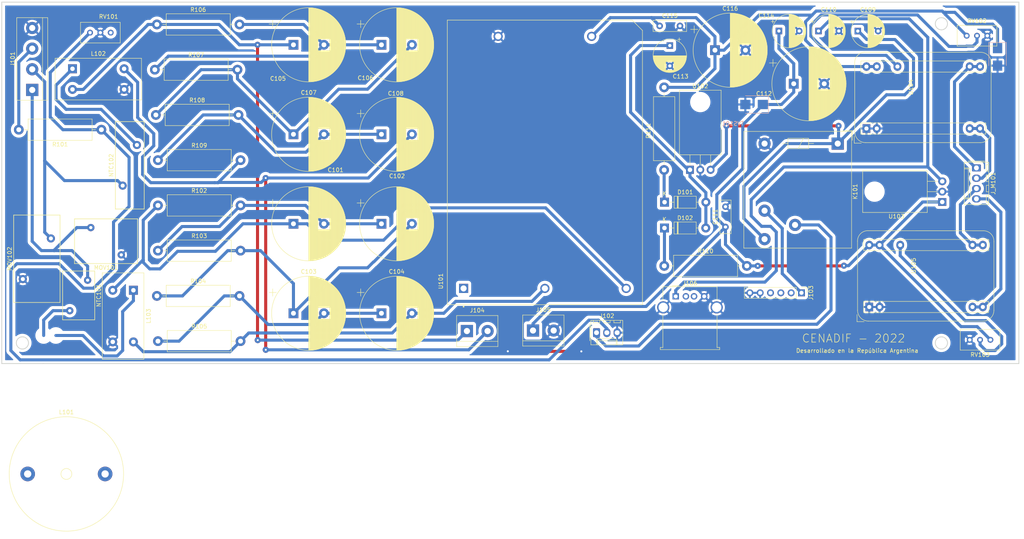
<source format=kicad_pcb>
(kicad_pcb (version 20211014) (generator pcbnew)
  (layers (0 "F.Cu" signal) (31 "B.Cu" signal) (34 "B.Paste" user) (35 "F.Paste" user) (36 "B.SilkS" user "B.Silkscreen") (37 "F.SilkS" user "F.Silkscreen") (38 "B.Mask" user) (39 "F.Mask" user) (44 "Edge.Cuts" user))
  (net 0 "")
  (net 1 "Net-(C111-Pad1)")
  (net 2 "GND")
  (net 3 "Net-(C115-Pad1)")
  (net 4 "Net-(D101-Pad1)")
  (net 5 "Net-(C113-Pad1)")
  (net 6 "Net-(D102-Pad1)")
  (net 7 "Net-(J101-Pad1)")
  (net 8 "Net-(J101-Pad2)")
  (net 9 "Net-(J101-Pad3)")
  (net 10 "Net-(C105-Pad1)")
  (net 11 "Net-(C108-Pad2)")
  (net 12 "Net-(J102-Pad1)")
  (net 13 "Net-(C110-Pad1)")
  (net 14 "Net-(C109-Pad1)")
  (net 15 "Net-(L101-Pad1)")
  (net 16 "Net-(L102-Pad1)")
  (net 17 "Net-(J102-Pad2)")
  (net 18 "Net-(C101-Pad1)")
  (net 19 "Net-(C101-Pad2)")
  (net 20 "Net-(C102-Pad2)")
  (net 21 "Net-(C103-Pad2)")
  (net 22 "Net-(C104-Pad2)")
  (net 23 "Net-(C105-Pad2)")
  (net 24 "Net-(C106-Pad2)")
  (net 25 "Net-(C107-Pad2)")
  (net 26 "Net-(J_M101-Pad1)")
  (net 27 "Net-(J_M101-Pad2)")
  (net 28 "Net-(J_M101-Pad3)")
  (net 29 "Net-(J_M101-Pad4)")
  (net 30 "Net-(J103-Pad1)")
  (net 36 "Net-(L101-Pad2)")
  (net 38 "Net-(RV102-Pad2)")
  (net 39 "Net-(RV103-Pad2)")
  (footprint "Capacitor_THT:CP_Radial_D18.0mm_P7.50mm" (layer "F.Cu") (at 97.154 129.8675)
    (fp_text reference "C103")
    (fp_text value "47uF/400V")
  )
  (footprint "Varistor:RV_Disc_D21.5mm_W11.4mm_P10mm" (layer "F.Cu") (at 37.486 111.459 -90)
    (fp_text reference "MOV102")
    (fp_text value "S20K1000")
  )
  (footprint "Resistor_THT:R_Axial_DIN0516_L15.5mm_D5.0mm_P20.32mm_Horizontal" (layer "F.Cu") (at 49.911 84.709 180)
    (fp_text reference "R101")
    (fp_text value "1M/2W")
  )
  (footprint "BarraCC:LDD-1000L" (layer "F.Cu") (at 251.787649 76.746303 90)
    (fp_text reference "U104")
    (fp_text value "LDD-1000L")
  )
  (footprint "Inductor_THT:L_CommonMode_Toroid_Vertical_L21.0mm_W10.0mm_Px5.08mm_Py12.70mm_Murata_5100" (layer "F.Cu") (at 57.785 124.206 -90)
    (fp_text reference "L103")
    (fp_text value "10 mH")
  )
  (footprint "Resistor_THT:R_Axial_DIN0516_L15.5mm_D5.0mm_P20.32mm_Horizontal" (layer "F.Cu") (at 188.341 74.295 -90)
    (fp_text reference "R111")
    (fp_text value "1Ω")
  )
  (footprint "Package_TO_SOT_THT:TO-220-3_Horizontal_TabDown" (layer "F.Cu") (at 256.753 102.489 90)
    (fp_text reference "U103")
    (fp_text value "L7805")
  )
  (footprint "Capacitor_THT:CP_Radial_D18.0mm_P7.50mm" (layer "F.Cu") (at 220.218 73.406)
    (fp_text reference "C112")
    (fp_text value "220uF")
  )
  (footprint "Capacitor_THT:CP_Radial_D18.0mm_P7.50mm" (layer "F.Cu") (at 97.154 63.8275)
    (fp_text reference "C105")
    (fp_text value "47uF/450V")
  )
  (footprint "Varistor:RV_Disc_D15.5mm_W11mm_P7.5mm" (layer "F.Cu") (at 47.304 108.791)
    (fp_text reference "MOV101")
    (fp_text value "S14K880")
  )
  (footprint "Connector_Molex:Molex_KK-254_AE-6410-04A_1x04_P2.54mm_Vertical" (layer "F.Cu") (at 265.156 94.107 -90)
    (fp_text reference "J_M101")
    (fp_text value "Conn_01x04")
  )
  (footprint "Resistor_THT:R_Axial_DIN0516_L15.5mm_D5.0mm_P20.32mm_Horizontal" (layer "F.Cu") (at 63.312 81.078764)
    (fp_text reference "R108")
    (fp_text value "1M/2W")
  )
  (footprint "Resistor_THT:R_Axial_DIN0516_L15.5mm_D5.0mm_P20.32mm_Horizontal" (layer "F.Cu") (at 63.82 92.20811)
    (fp_text reference "R109")
    (fp_text value "1M/2W")
  )
  (footprint "Resistor_THT:R_Axial_DIN0516_L15.5mm_D5.0mm_P20.32mm_Horizontal" (layer "F.Cu") (at 63.058 69.949418)
    (fp_text reference "R107")
    (fp_text value "1M/2W")
  )
  (footprint "Connector_Molex:Molex_KK-254_AE-6410-03A_1x03_P2.54mm_Vertical" (layer "F.Cu") (at 171.704 134.64)
    (fp_text reference "J102")
    (fp_text value "Conn_01x03")
  )
  (footprint "Resistor_THT:R_Axial_DIN0516_L15.5mm_D5.0mm_P20.32mm_Horizontal" (layer "F.Cu") (at 63.566 125.596148)
    (fp_text reference "R104")
    (fp_text value "1M/2W")
  )
  (footprint "Relay_THT:Relay_SPDT_Finder_40.11" (layer "F.Cu") (at 231.0415 88.1335 -90)
    (fp_text reference "K101")
    (fp_text value "HRG3F-S-DC5V")
  )
  (footprint "Capacitor_THT:CP_Radial_D18.0mm_P7.50mm" (layer "F.Cu") (at 200.84122 65.151)
    (fp_text reference "C116")
    (fp_text value "120uF")
  )
  (footprint "Resistor_THT:R_Axial_DIN0516_L15.5mm_D5.0mm_P20.32mm_Horizontal" (layer "F.Cu") (at 188.3664 118.2116)
    (fp_text reference "R110")
    (fp_text value "1Ω")
  )
  (footprint "Connector_PinHeader_2.54mm:PinHeader_1x06_P2.54mm_Vertical" (layer "F.Cu") (at 222.123 124.841 -90)
    (fp_text reference "J103")
    (fp_text value "USB_B_Micro")
  )
  (footprint "Capacitor_THT:CP_Radial_D18.0mm_P7.50mm" (layer "F.Cu") (at 118.797216 107.854166)
    (fp_text reference "C102")
    (fp_text value "47uF/400V")
  )
  (footprint "Varistor:RV_Disc_D21.5mm_W7.1mm_P10mm" (layer "F.Cu") (at 58.646 88.472 -90)
    (fp_text reference "NTC102")
    (fp_text value "10D - 20")
  )
  (footprint "TerminalBlock:TerminalBlock_bornier-2_P5.08mm" (layer "F.Cu") (at 139.827 134.239)
    (fp_text reference "J104")
    (fp_text value "BorneraTornillo_01x02" hide)
  )
  (footprint "Connector_USB:USB_A_Molex_67643_Horizontal" (layer "F.Cu") (at 191.191 125.704)
    (fp_text reference "J106")
    (fp_text value "USB_A")
  )
  (footprint "TerminalBlock:TerminalBlock_bornier-2_P5.08mm" (layer "F.Cu") (at 156.083 134.112)
    (fp_text reference "J105")
    (fp_text value "BorneraTornillo_01x02" hide)
  )
  (footprint "Resistor_THT:R_Axial_DIN0516_L15.5mm_D5.0mm_P20.32mm_Horizontal" (layer "F.Cu") (at 63.82 114.466802)
    (fp_text reference "R103")
    (fp_text value "1M/2W")
  )
  (footprint "Resistor_THT:R_Axial_DIN0516_L15.5mm_D5.0mm_P20.32mm_Horizontal" (layer "F.Cu") (at 63.82 136.7255)
    (fp_text reference "R105")
    (fp_text value "1M/2W")
  )
  (footprint "Potentiometer_THT:Potentiometer_Bourns_3296W_Vertical" (layer "F.Cu") (at 52.197 60.833)
    (fp_text reference "RV101")
    (fp_text value "20K multivueltas")
  )
  (footprint "Capacitor_THT:CP_Radial_D18.0mm_P7.50mm" (layer "F.Cu") (at 118.797216 129.8675)
    (fp_text reference "C104")
    (fp_text value "47uF/400V")
  )
  (footprint "Package_TO_SOT_THT:TO-220-3_Horizontal_TabDown" (layer "F.Cu") (at 194.691 94.574)
    (fp_text reference "U102")
    (fp_text value "L7805")
  )
  (footprint "Varistor:RV_Disc_D12mm_W7.9mm_P7.5mm" (layer "F.Cu") (at 42.123 129.226 90)
    (fp_text reference "NTC101")
    (fp_text value "10D - 11 ")
  )
  (footprint "Potentiometer_THT:Potentiometer_Bourns_3296W_Vertical" (layer "F.Cu") (at 267.843 61.595)
    (fp_text reference "RV102")
    (fp_text value "1K")
  )
  (footprint "Capacitor_THT:CP_Radial_D18.0mm_P7.50mm" (layer "F.Cu") (at 118.797216 85.840833)
    (fp_text reference "C108")
    (fp_text value "47uF/450V")
  )
  (footprint "Inductor_THT:L_CommonMode_Toroid_Vertical_L21.0mm_W10.0mm_Px5.08mm_Py12.70mm_Murata_5100" (layer "F.Cu") (at 42.799 69.723)
    (fp_text reference "L102")
    (fp_text value "10 mH")
  )
  (footprint "Potentiometer_THT:Potentiometer_Bourns_3296W_Vertical" (layer "F.Cu") (at 263.515 136.398 180)
    (fp_text reference "RV103")
    (fp_text value "1K")
  )
  (footprint "Inductor_THT:L_Radial_D27.9mm_P19.05mm_Vishay_IHB-3" (layer "F.Cu") (at 31.7754 169.3926)
    (fp_text reference "L101")
    (fp_text value "4.7mH/0.38A")
  )
  (footprint "Capacitor_THT:C_Disc_D8.0mm_W2.5mm_P5.00mm" (layer "F.Cu") (at 187.238 59.182)
    (fp_text reference "C115")
    (fp_text value "1uF")
  )
  (footprint "AE15-EW-S12:AE15_EW_S12" (layer "F.Cu") (at 139.004 123.7515 90)
    (fp_text reference "U101")
    (fp_text value "AE15-EW-S12")
  )
  (footprint "Capacitor_THT:CP_Radial_D18.0mm_P7.50mm" (layer "F.Cu") (at 97.154 85.840833)
    (fp_text reference "C107")
    (fp_text value "47uF/450V")
  )
  (footprint "Capacitor_THT:CP_Radial_D8.0mm_P5.00mm" (layer "F.Cu") (at 216.571349 60.43)
    (fp_text reference "C114")
    (fp_text value "0.33uF")
  )
  (footprint "Resistor_THT:R_Axial_DIN0516_L15.5mm_D5.0mm_P20.32mm_Horizontal" (layer "F.Cu") (at 63.566 58.820072)
    (fp_text reference "R106")
    (fp_text value "1M/2W")
  )
  (footprint "Resistor_THT:R_Axial_DIN0516_L15.5mm_D5.0mm_P20.32mm_Horizontal" (layer "F.Cu") (at 63.82 103.337456)
    (fp_text reference "R102")
    (fp_text value "1M/2W")
  )
  (footprint "Capacitor_THT:CP_Radial_D8.0mm_P5.00mm" (layer "F.Cu") (at 235.976349 60.452)
    (fp_text reference "C109")
    (fp_text value "0.1uF")
  )
  (footprint "Capacitor_THT:CP_Radial_D18.0mm_P7.50mm" (layer "F.Cu") (at 118.797216 63.8275)
    (fp_text reference "C106")
    (fp_text value "47uF/450V")
  )
  (footprint "Capacitor_THT:CP_Radial_D8.0mm_P5.00mm" (layer "F.Cu") (at 189.738 64.018349 -90)
    (fp_text reference "C113")
    (fp_text value "0.33uF")
  )
  (footprint "Capacitor_THT:C_Disc_D8.0mm_W2.5mm_P5.00mm" (layer "F.Cu") (at 203.4286 108.6466 90)
    (fp_text reference "C111")
    (fp_text value "1uF")
  )
  (footprint "Capacitor_THT:CP_Radial_D18.0mm_P7.50mm" (layer "F.Cu") (at 97.154 107.854166)
    (fp_text reference "C101")
    (fp_text value "47uF/400V")
  )
  (footprint "Capacitor_THT:CP_Radial_D8.0mm_P5.00mm" (layer "F.Cu") (at 226.311349 60.43)
    (fp_text reference "C110")
    (fp_text value "0.1uF")
  )
  (footprint "TerminalBlock:TerminalBlock_bornier-4_P5.08mm" (layer "F.Cu") (at 32.893 74.93 90)
    (fp_text reference "J101")
    (fp_text value "Bornera_Tornillo_01x04")
  )
  (footprint "BarraCC:LDD-1000L" (layer "F.Cu") (at 252.476 120.65 90)
    (fp_text reference "U105")
    (fp_text value "LDD-1000L")
  )
  (footprint "Diode_THT:D_DO-41_SOD81_P10.16mm_Horizontal" (layer "F.Cu") (at 188.4426 102.5398)
    (fp_text reference "D101")
    (fp_text value "1N4001")
  )
  (footprint "Diode_THT:D_DO-41_SOD81_P10.16mm_Horizontal" (layer "F.Cu") (at 188.4172 108.8898)
    (fp_text reference "D102")
    (fp_text value "1N4001")
  )
  (footprint "Diode_SMD:D_SMB" (layer "B.Cu") (at 210.4644 78.5114 180)
    (fp_text reference "TVS101")
    (fp_text value "SMBJ20A")
  )
  (footprint "Diode_SMD:D_SMB" (layer "B.Cu") (at 270.3576 66.802 -90)
    (fp_text reference "TVS102" hide)
    (fp_text value "SMBJ15A")
  )
  (gr_line (start 25.4 142.24) (end 35.56 142.24) (layer "Edge.Cuts") (width 0.2))
  (gr_line (start 275.59 53.34) (end 275.59 142.24) (layer "Edge.Cuts") (width 0.2))
  (gr_circle (center 30.48 137.16) (end 31.98 137.16) (layer "Edge.Cuts") (width 0.2) (fill none))
  (gr_circle (center 256.54 58.65) (end 258.04 58.65) (layer "Edge.Cuts") (width 0.2) (fill none))
  (gr_line (start 25.4 53.34) (end 275.59 53.34) (layer "Edge.Cuts") (width 0.2))
  (gr_circle (center 256.54 137.16) (end 258.04 137.16) (layer "Edge.Cuts") (width 0.2) (fill none))
  (gr_line (start 275.59 142.24) (end 35.56 142.24) (layer "Edge.Cuts") (width 0.2))
  (gr_line (start 25.4 53.34) (end 25.4 142.24) (layer "Edge.Cuts") (width 0.2))
  (gr_text "Desarrollado en la República Argentina" (at 235.839 139.065) (layer "F.SilkS") (effects (font (size 1 1))))
  (gr_text "CENADIF - 2022" (at 234.9246 136.0424) (layer "F.SilkS") (effects (font (size 2 2))))
  (segment (start 232.5116 118.2116) (end 232.5624 118.1608) (width 0.75) (layer "F.Cu") (net 1))
  (segment (start 211.3534 118.2116) (end 232.5116 118.2116) (width 0.75) (layer "F.Cu") (net 1))
  (via (at 211.3534 118.2116) (size 1.5) (drill 0.5) (layers "F.Cu" "B.Cu") (net 1))
  (via (at 232.5624 118.1608) (size 1.5) (drill 0.5) (layers "F.Cu" "B.Cu") (net 1))
  (segment (start 232.5624 118.1608) (end 233.7178 118.1608) (width 0.75) (layer "B.Cu") (net 1))
  (segment (start 207.6831 94.2721) (end 201.295 100.6602) (width 0.75) (layer "B.Cu") (net 1))
  (segment (start 220.218 68.453) (end 220.218 73.406) (width 0.75) (layer "B.Cu") (net 1))
  (segment (start 216.571349 64.806349) (end 220.218 68.453) (width 0.75) (layer "B.Cu") (net 1))
  (segment (start 212.6144 78.5114) (end 212.6144 78.5966) (width 0.75) (layer "B.Cu") (net 1))
  (segment (start 208.6864 118.2116) (end 211.3534 118.2116) (width 0.75) (layer "B.Cu") (net 1))
  (segment (start 241.3328 113.1136) (end 261.371 133.1518) (width 0.75) (layer "B.Cu") (net 1))
  (segment (start 241.3328 113.0858) (end 241.3328 113.1136) (width 0.75) (layer "B.Cu") (net 1))
  (segment (start 203.4286 112.9538) (end 203.4286 108.6466) (width 0.75) (layer "B.Cu") (net 1))
  (segment (start 203.4286 108.6466) (end 183.8814 128.1938) (width 0.75) (layer "B.Cu") (net 1))
  (segment (start 251.9296 102.489) (end 241.3328 113.0858) (width 0.75) (layer "B.Cu") (net 1))
  (segment (start 160.3248 128.1938) (end 156.083 132.4356) (width 0.75) (layer "B.Cu") (net 1))
  (segment (start 208.6864 118.2116) (end 203.4286 112.9538) (width 0.75) (layer "B.Cu") (net 1))
  (segment (start 201.295 106.513) (end 203.4286 108.6466) (width 0.75) (layer "B.Cu") (net 1))
  (segment (start 216.571349 60.43) (end 216.571349 64.806349) (width 0.75) (layer "B.Cu") (net 1))
  (segment (start 207.6831 83.5279) (end 207.6831 94.2721) (width 0.75) (layer "B.Cu") (net 1))
  (segment (start 156.083 132.4356) (end 156.083 134.112) (width 0.75) (layer "B.Cu") (net 1))
  (segment (start 233.7178 118.1608) (end 238.7928 113.0858) (width 0.75) (layer "B.Cu") (net 1))
  (segment (start 217.1954 78.5114) (end 212.6144 78.5114) (width 0.75) (layer "B.Cu") (net 1))
  (segment (start 220.218 75.4888) (end 217.1954 78.5114) (width 0.75) (layer "B.Cu") (net 1))
  (segment (start 201.295 100.6602) (end 201.295 106.513) (width 0.75) (layer "B.Cu") (net 1))
  (segment (start 220.218 73.406) (end 220.218 75.4888) (width 0.75) (layer "B.Cu") (net 1))
  (segment (start 265.3488 133.1518) (end 268.595 136.398) (width 0.75) (layer "B.Cu") (net 1))
  (segment (start 212.6144 78.5966) (end 207.6831 83.5279) (width 0.75) (layer "B.Cu") (net 1))
  (segment (start 238.7928 113.0858) (end 241.3328 113.0858) (width 0.75) (layer "B.Cu") (net 1))
  (segment (start 183.8814 128.1938) (end 160.3248 128.1938) (width 0.75) (layer "B.Cu") (net 1))
  (segment (start 256.753 102.489) (end 251.9296 102.489) (width 0.75) (layer "B.Cu") (net 1))
  (segment (start 261.371 133.1518) (end 265.3488 133.1518) (width 0.75) (layer "B.Cu") (net 1))
  (segment (start 149.8854 139.2174) (end 149.9108 139.2428) (width 0.75) (layer "F.Cu") (net 2))
  (segment (start 167.9448 139.2174) (end 167.9702 139.2428) (width 0.75) (layer "F.Cu") (net 2))
  (segment (start 149.9108 139.2428) (end 167.9702 139.2428) (width 0.75) (layer "F.Cu") (net 2))
  (via (at 149.8854 139.2174) (size 1.5) (drill 0.5) (layers "F.Cu" "B.Cu") (net 2))
  (via (at 167.9702 139.2428) (size 1.5) (drill 0.5) (layers "F.Cu" "B.Cu") (net 2))
  (segment (start 176.784 133.8326) (end 176.784 134.64) (width 0.75) (layer "B.Cu") (net 2))
  (segment (start 149.6568 139.2174) (end 149.8854 139.2174) (width 0.75) (layer "B.Cu") (net 2))
  (segment (start 188.341 74.295) (end 196.215 74.295) (width 0.75) (layer "B.Cu") (net 3))
  (segment (start 224.7265 56.5277) (end 225.7298 55.5244) (width 0.75) (layer "B.Cu") (net 3))
  (segment (start 229.608503 69.182103) (end 238.104449 69.182103) (width 0.75) (layer "B.Cu") (net 3))
  (segment (start 225.7298 55.5244) (end 256.7432 55.5244) (width 0.75) (layer "B.Cu") (net 3))
  (segment (start 257.4925 56.3245) (end 257.4925 56.2737) (width 0.75) (layer "B.Cu") (net 3))
  (segment (start 257.4925 56.3245) (end 262.763 61.595) (width 0.75) (layer "B.Cu") (net 3))
  (segment (start 185.206 57.15) (end 175.1055 57.15) (width 0.75) (layer "B.Cu") (net 3))
  (segment (start 224.7265 56.5277) (end 223.139 58.1152) (width 0.75) (layer "B.Cu") (net 3))
  (segment (start 257.4925 55.8419) (end 257.4925 56.3245) (width 0.75) (layer "B.Cu") (net 3))
  (segment (start 262.763 58.7502) (end 264.4648 58.7502) (width 0.75) (layer "B.Cu") (net 3))
  (segment (start 200.84122 65.151) (end 203.073 65.151) (width 0.75) (layer "B.Cu") (net 3))
  (segment (start 203.073 65.151) (end 211.6963 56.5277) (width 0.75) (layer "B.Cu") (net 3))
  (segment (start 175.1055 57.15) (end 170.504 61.7515) (width 0.75) (layer "B.Cu") (net 3))
  (segment (start 223.139 58.1152) (end 223.139 62.7126) (width 0.75) (layer "B.Cu") (net 3))
  (segment (start 200.84122 69.66878) (end 200.84122 65.151) (width 0.75) (layer "B.Cu") (net 3))
  (segment (start 223.139 62.7126) (end 229.608503 69.182103) (width 0.75) (layer "B.Cu") (net 3))
  (segment (start 257.4925 56.2737) (end 257.0607 55.8419) (width 0.75) (layer "B.Cu") (net 3))
  (segment (start 211.6963 56.5277) (end 224.7265 56.5277) (width 0.75) (layer "B.Cu") (net 3))
  (segment (start 256.7432 55.5244) (end 257.0607 55.8419) (width 0.75) (layer "B.Cu") (net 3))
  (segment (start 270.3576 59.9694) (end 270.3576 64.652) (width 0.75) (layer "B.Cu") (net 3))
  (segment (start 269.1384 58.7502) (end 270.3576 59.9694) (width 0.75) (layer "B.Cu") (net 3))
  (segment (start 264.4648 58.7502) (end 269.1384 58.7502) (width 0.75) (layer "B.Cu") (net 3))
  (segment (start 259.8547 55.8419) (end 262.763 58.7502) (width 0.75) (layer "B.Cu") (net 3))
  (segment (start 196.1896 57.15) (end 200.84122 61.80162) (width 0.75) (layer "B.Cu") (net 3))
  (segment (start 257.0607 55.8419) (end 257.4925 55.8419) (width 0.75) (layer "B.Cu") (net 3))
  (segment (start 185.206 57.15) (end 196.1896 57.15) (width 0.75) (layer "B.Cu") (net 3))
  (segment (start 238.104449 69.182103) (end 240.644449 69.182103) (width 0.75) (layer "B.Cu") (net 3))
  (segment (start 257.4925 55.8419) (end 259.8547 55.8419) (width 0.75) (layer "B.Cu") (net 3))
  (segment (start 196.215 74.295) (end 200.84122 69.66878) (width 0.75) (layer "B.Cu") (net 3))
  (segment (start 187.238 59.182) (end 185.206 57.15) (width 0.75) (layer "B.Cu") (net 3))
  (segment (start 200.84122 61.80162) (end 200.84122 65.151) (width 0.75) (layer "B.Cu") (net 3))
  (segment (start 188.341 94.615) (end 188.341 102.4382) (width 0.75) (layer "B.Cu") (net 4))
  (segment (start 188.341 102.4382) (end 188.4426 102.5398) (width 0.75) (layer "B.Cu") (net 4))
  (segment (start 194.691 94.574) (end 194.691 96.266) (width 0.75) (layer "B.Cu") (net 5))
  (segment (start 198.6026 100.1776) (end 198.6026 102.5398) (width 0.75) (layer "B.Cu") (net 5))
  (segment (start 189.738 64.018349) (end 182.488651 64.018349) (width 0.75) (layer "B.Cu") (net 5))
  (segment (start 198.6026 102.5398) (end 198.6026 108.6358) (width 0.75) (layer "B.Cu") (net 5))
  (segment (start 182.488651 64.018349) (end 180.086 66.421) (width 0.75) (layer "B.Cu") (net 5))
  (segment (start 194.691 96.266) (end 198.6026 100.1776) (width 0.75) (layer "B.Cu") (net 5))
  (segment (start 194.2436 94.574) (end 194.691 94.574) (width 0.75) (layer "B.Cu") (net 5))
  (segment (start 180.086 80.4164) (end 194.2436 94.574) (width 0.75) (layer "B.Cu") (net 5))
  (segment (start 180.086 66.421) (end 180.086 80.4164) (width 0.75) (layer "B.Cu") (net 5))
  (segment (start 188.4172 108.8898) (end 188.4172 118.1608) (width 0.75) (layer "B.Cu") (net 6))
  (segment (start 188.4172 118.1608) (end 188.3664 118.2116) (width 0.75) (layer "B.Cu") (net 6))
  (segment (start 46.523 118.3034) (end 46.523 121.726) (width 0.75) (layer "B.Cu") (net 7))
  (segment (start 42.672 114.4524) (end 46.523 118.3034) (width 0.75) (layer "B.Cu") (net 7))
  (segment (start 35.179 114.4524) (end 38.3032 114.4524) (width 0.75) (layer "B.Cu") (net 7))
  (segment (start 38.3032 114.3508) (end 38.3032 114.4524) (width 0.75) (layer "B.Cu") (net 7))
  (segment (start 42.4942 110.1598) (end 38.3032 114.3508) (width 0.75) (layer "B.Cu") (net 7))
  (segment (start 43.863 108.791) (end 47.304 108.791) (width 0.75) (layer "B.Cu") (net 7))
  (segment (start 32.893 74.93) (end 32.893 112.1664) (width 0.75) (layer "B.Cu") (net 7))
  (segment (start 39.4208 114.4524) (end 42.672 114.4524) (width 0.75) (layer "B.Cu") (net 7))
  (segment (start 42.4942 110.1598) (end 43.863 108.791) (width 0.75) (layer "B.Cu") (net 7))
  (segment (start 38.3032 114.4524) (end 39.4208 114.4524) (width 0.75) (layer "B.Cu") (net 7))
  (segment (start 32.893 112.1664) (end 35.179 114.4524) (width 0.75) (layer "B.Cu") (net 7))
  (segment (start 35.9664 109.9394) (end 37.486 111.459) (width 0.75) (layer "B.Cu") (net 8))
  (segment (start 35.9664 72.9234) (end 35.9664 92.3798) (width 0.75) (layer "B.Cu") (net 8))
  (segment (start 53.9052 97.2312) (end 55.146 98.472) (width 0.75) (layer "B.Cu") (net 8))
  (segment (start 35.9664 92.3798) (end 35.9664 109.9394) (width 0.75) (layer "B.Cu") (net 8))
  (segment (start 40.8178 97.2312) (end 53.9052 97.2312) (width 0.75) (layer "B.Cu") (net 8))
  (segment (start 32.893 69.85) (end 35.9664 72.9234) (width 0.75) (layer "B.Cu") (net 8))
  (segment (start 35.9664 92.3798) (end 40.8178 97.2312) (width 0.75) (layer "B.Cu") (net 8))
  (segment (start 29.591 68.072) (end 29.591 84.709) (width 0.75) (layer "B.Cu") (net 9))
  (segment (start 32.893 64.77) (end 29.591 68.072) (width 0.75) (layer "B.Cu") (net 9))
  (segment (start 88.3158 136.4234) (end 88.3666 136.4742) (width 0.75) (layer "F.Cu") (net 10))
  (segment (start 88.3185 63.8275) (end 88.3158 63.8302) (width 0.75) (layer "F.Cu") (net 10))
  (segment (start 88.3158 63.8302) (end 88.3158 136.4234) (width 0.75) (layer "F.Cu") (net 10))
  (segment (start 88.3185 63.8275) (end 88.3666 63.8756) (width 0.75) (layer "F.Cu") (net 10))
  (via (at 88.3666 136.4742) (size 1.5) (drill 0.5) (layers "F.Cu" "B.Cu") (net 10))
  (via (at 88.3185 63.8275) (size 1.5) (drill 0.5) (layers "F.Cu" "B.Cu") (net 10))
  (segment (start 78.840672 58.820072) (end 83.8481 63.8275) (width 0.75) (layer "B.Cu") (net 10))
  (segment (start 45.4406 74.803) (end 61.372728 58.870872) (width 0.75) (layer "B.Cu") (net 10))
  (segment (start 88.3185 63.8275) (end 97.154 63.8275) (width 0.75) (layer "B.Cu") (net 10))
  (segment (start 83.8481 63.8275) (end 88.3185 63.8275) (width 0.75) (layer "B.Cu") (net 10))
  (segment (start 61.372728 58.870872) (end 61.372728 58.820072) (width 0.75) (layer "B.Cu") (net 10))
  (segment (start 88.3666 136.4742) (end 137.5918 136.4742) (width 0.75) (layer "B.Cu") (net 10))
  (segment (start 42.799 74.803) (end 45.4406 74.803) (width 0.75) (layer "B.Cu") (net 10))
  (segment (start 63.566 58.820072) (end 78.840672 58.820072) (width 0.75) (layer "B.Cu") (net 10))
  (segment (start 63.566 58.820072) (end 61.372728 58.820072) (width 0.75) (layer "B.Cu") (net 10))
  (segment (start 137.5918 136.4742) (end 139.827 134.239) (width 0.75) (layer "B.Cu") (net 10))
  (segment (start 90.3224 138.8364) (end 90.34169 138.85569) (width 0.75) (layer "F.Cu") (net 11))
  (segment (start 90.3224 96.5962) (end 90.3224 138.8364) (width 0.75) (layer "F.Cu") (net 11))
  (via (at 90.3224 96.5962) (size 1.5) (drill 0.5) (layers "F.Cu" "B.Cu") (net 11))
  (via (at 90.34169 138.85569) (size 1.5) (drill 0.5) (layers "F.Cu" "B.Cu") (net 11))
  (segment (start 62.0522 97.7392) (end 77.7494 97.7392) (width 0.75) (layer "B.Cu") (net 11))
  (segment (start 58.8264 81.7118) (end 62.7888 85.6742) (width 0.75) (layer "B.Cu") (net 11))
  (segment (start 140.29031 138.85569) (end 144.907 134.239) (width 0.75) (layer "B.Cu") (net 11))
  (segment (start 62.7888 88.6714) (end 60.0456 91.4146) (width 0.75) (layer "B.Cu") (net 11))
  (segment (start 89.2302 97.6884) (end 90.3224 96.5962) (width 0.75) (layer "B.Cu") (net 11))
  (segment (start 120.293025 91.845025) (end 126.297216 85.840833) (width 0.75) (layer "B.Cu") (net 11))
  (segment (start 60.0456 95.7326) (end 62.0522 97.7392) (width 0.75) (layer "B.Cu") (net 11))
  (segment (start 62.7888 85.6742) (end 62.7888 88.6714) (width 0.75) (layer "B.Cu") (net 11))
  (segment (start 60.0456 91.4146) (end 60.0456 95.7326) (width 0.75) (layer "B.Cu") (net 11))
  (segment (start 58.8264 73.0504) (end 58.8264 81.7118) (width 0.75) (layer "B.Cu") (net 11))
  (segment (start 78.60891 97.7392) (end 78.65971 97.6884) (width 0.75) (layer "B.Cu") (net 11))
  (segment (start 77.7494 97.7392) (end 78.60891 97.7392) (width 0.75) (layer "B.Cu") (net 11))
  (segment (start 90.3224 96.5962) (end 115.54185 96.5962) (width 0.75) (layer "B.Cu") (net 11))
  (segment (start 119.929939 92.20811) (end 120.293025 91.845025) (width 0.75) (layer "B.Cu") (net 11))
  (segment (start 78.60891 97.7392) (end 84.14 92.20811) (width 0.75) (layer "B.Cu") (net 11))
  (segment (start 90.34169 138.85569) (end 140.29031 138.85569) (width 0.75) (layer "B.Cu") (net 11))
  (segment (start 55.499 69.723) (end 58.8264 73.0504) (width 0.75) (layer "B.Cu") (net 11))
  (segment (start 78.65971 97.6884) (end 89.2302 97.6884) (width 0.75) (layer "B.Cu") (net 11))
  (segment (start 115.54185 96.5962) (end 120.293025 91.845025) (width 0.75) (layer "B.Cu") (net 11))
  (segment (start 229.3874 129.1082) (end 229.3874 111.2012) (width 0.75) (layer "B.Cu") (net 12))
  (segment (start 229.3874 111.2012) (end 226.3197 108.1335) (width 0.75) (layer "B.Cu") (net 12))
  (segment (start 187.4266 132.5626) (end 225.933 132.5626) (width 0.75) (layer "B.Cu") (net 12))
  (segment (start 182.0672 137.922) (end 187.4266 132.5626) (width 0.75) (layer "B.Cu") (net 12))
  (segment (start 171.704 134.64) (end 171.704 135.6106) (width 0.75) (layer "B.Cu") (net 12))
  (segment (start 174.0154 137.922) (end 182.0672 137.922) (width 0.75) (layer "B.Cu") (net 12))
  (segment (start 226.3197 108.1335) (end 220.5415 108.1335) (width 0.75) (layer "B.Cu") (net 12))
  (segment (start 171.704 135.6106) (end 174.0154 137.922) (width 0.75) (layer "B.Cu") (net 12))
  (segment (start 225.933 132.5626) (end 229.3874 129.1082) (width 0.75) (layer "B.Cu") (net 12))
  (segment (start 209.7532 101.9048) (end 217.7796 93.8784) (width 0.75) (layer "B.Cu") (net 13))
  (segment (start 191.191 125.704) (end 191.191 124.2262) (width 0.75) (layer "B.Cu") (net 13))
  (segment (start 248.6102 57.4244) (end 253.1872 62.0014) (width 0.75) (layer "B.Cu") (net 13))
  (segment (start 215.9254 119.4054) (end 215.9254 109.8804) (width 0.75) (layer "B.Cu") (net 13))
  (segment (start 226.4122 60.43) (end 229.4178 57.4244) (width 0.75) (layer "B.Cu") (net 13))
  (segment (start 256.753 97.409) (end 256.7178 97.409) (width 0.75) (layer "B.Cu") (net 13))
  (segment (start 191.191 124.2262) (end 193.2178 122.1994) (width 0.75) (layer "B.Cu") (net 13))
  (segment (start 229.4178 57.4244) (end 248.6102 57.4244) (width 0.75) (layer "B.Cu") (net 13))
  (segment (start 217.7796 93.8784) (end 253.1872 93.8784) (width 0.75) (layer "B.Cu") (net 13))
  (segment (start 253.1872 62.0014) (end 253.1872 93.8784) (width 0.75) (layer "B.Cu") (net 13))
  (segment (start 193.2178 122.1994) (end 213.1314 122.1994) (width 0.75) (layer "B.Cu") (net 13))
  (segment (start 256.7178 97.409) (end 253.1872 93.8784) (width 0.75) (layer "B.Cu") (net 13))
  (segment (start 215.9254 109.8804) (end 214.5284 108.4834) (width 0.75) (layer "B.Cu") (net 13))
  (segment (start 214.5284 108.4834) (end 212.3186 108.4834) (width 0.75) (layer "B.Cu") (net 13))
  (segment (start 213.1314 122.1994) (end 215.9254 119.4054) (width 0.75) (layer "B.Cu") (net 13))
  (segment (start 226.311349 60.43) (end 226.4122 60.43) (width 0.75) (layer "B.Cu") (net 13))
  (segment (start 209.7532 105.918) (end 209.7532 101.9048) (width 0.75) (layer "B.Cu") (net 13))
  (segment (start 212.3186 108.4834) (end 209.7532 105.918) (width 0.75) (layer "B.Cu") (net 13))
  (segment (start 203.6572 83.7692) (end 231.2416 83.7692) (width 0.75) (layer "F.Cu") (net 14))
  (via (at 231.2416 83.7692) (size 1.5) (drill 0.5) (layers "F.Cu" "B.Cu") (net 14))
  (via (at 203.6572 83.7692) (size 1.5) (drill 0.5) (layers "F.Cu" "B.Cu") (net 14))
  (segment (start 243.0519 76.1231) (end 243.0526 76.1238) (width 0.75) (layer "B.Cu") (net 14))
  (segment (start 207.9752 98.6282) (end 207.9752 106.5672) (width 0.75) (layer "B.Cu") (net 14))
  (segment (start 249.682 73.9648) (end 249.682 67.1068) (width 0.75) (layer "B.Cu") (net 14))
  (segment (start 231.2416 87.9334) (end 231.0415 88.1335) (width 0.75) (layer "B.Cu") (net 14))
  (segment (start 238.1885 62.5221) (end 236.1184 60.452) (width 0.75) (layer "B.Cu") (net 14))
  (segment (start 247.523 76.1238) (end 249.682 73.9648) (width 0.75) (layer "B.Cu") (net 14))
  (segment (start 199.771 94.574) (end 199.771 94.5134) (width 0.75) (layer "B.Cu") (net 14))
  (segment (start 231.0415 88.1335) (end 243.0519 76.1231) (width 0.75) (layer "B.Cu") (net 14))
  (segment (start 199.771 94.5134) (end 203.0476 91.2368) (width 0.75) (layer "B.Cu") (net 14))
  (segment (start 203.581 90.7034) (end 203.6572 90.6272) (width 0.75) (layer "B.Cu") (net 14))
  (segment (start 231.2416 83.7692) (end 231.2416 87.9334) (width 0.75) (layer "B.Cu") (net 14))
  (segment (start 236.1184 60.452) (end 235.976349 60.452) (width 0.75) (layer "B.Cu") (net 14))
  (segment (start 218.4699 88.1335) (end 207.9752 98.6282) (width 0.75) (layer "B.Cu") (net 14))
  (segment (start 207.9752 106.5672) (end 213.0415 111.6335) (width 0.75) (layer "B.Cu") (net 14))
  (segment (start 203.0476 91.2368) (end 203.581 90.7034) (width 0.75) (layer "B.Cu") (net 14))
  (segment (start 245.0973 62.5221) (end 238.1885 62.5221) (width 0.75) (layer "B.Cu") (net 14))
  (segment (start 203.6572 90.6272) (end 203.6572 83.7692) (width 0.75) (layer "B.Cu") (net 14))
  (segment (start 249.682 67.1068) (end 245.0973 62.5221) (width 0.75) (layer "B.Cu") (net 14))
  (segment (start 243.0526 76.1238) (end 247.523 76.1238) (width 0.75) (layer "B.Cu") (net 14))
  (segment (start 231.0415 88.1335) (end 218.4699 88.1335) (width 0.75) (layer "B.Cu") (net 14))
  (segment (start 35.711 131.5226) (end 38.0076 129.226) (width 0.75) (layer "B.Cu") (net 15))
  (segment (start 35.711 135.3312) (end 35.711 131.5226) (width 0.75) (layer "B.Cu") (net 15))
  (segment (start 38.0076 129.226) (end 42.123 129.226) (width 0.75) (layer "B.Cu") (net 15))
  (segment (start 41.2242 79.7052) (end 49.8602 79.7052) (width 0.75) (layer "B.Cu") (net 16))
  (segment (start 42.799 69.723) (end 38.7604 73.7616) (width 0.75) (layer "B.Cu") (net 16))
  (segment (start 38.7604 77.2414) (end 41.2242 79.7052) (width 0.75) (layer "B.Cu") (net 16))
  (segment (start 49.8602 79.7052) (end 52.9336 82.7786) (width 0.75) (layer "B.Cu") (net 16))
  (segment (start 52.9526 82.7786) (end 58.646 88.472) (width 0.75) (layer "B.Cu") (net 16))
  (segment (start 38.7604 73.7616) (end 38.7604 77.2414) (width 0.75) (layer "B.Cu") (net 16))
  (segment (start 52.9336 82.7786) (end 52.9526 82.7786) (width 0.75) (layer "B.Cu") (net 16))
  (segment (start 27.6352 139.0396) (end 27.6352 119.1514) (width 0.75) (layer "B.Cu") (net 17))
  (segment (start 37.338 70.612) (end 37.338 81.6102) (width 0.75) (layer "B.Cu") (net 17))
  (segment (start 40.4368 84.709) (end 49.911 84.709) (width 0.75) (layer "B.Cu") (net 17))
  (segment (start 29.9212 141.3256) (end 27.6352 139.0396) (width 0.75) (layer "B.Cu") (net 17))
  (segment (start 56.721 91.519) (end 49.911 84.709) (width 0.75) (layer "B.Cu") (net 17))
  (segment (start 45.5168 123.698) (end 47.9552 123.698) (width 0.75) (layer "B.Cu") (net 17))
  (segment (start 169.8244 131.572) (end 160.0708 141.3256) (width 0.75) (layer "B.Cu") (net 17))
  (segment (start 47.9552 123.698) (end 52.893293 118.759907) (width 0.75) (layer "B.Cu") (net 17))
  (segment (start 47.117 60.833) (end 37.338 70.612) (width 0.75) (layer "B.Cu") (net 17))
  (segment (start 160.0708 141.3256) (end 29.9212 141.3256) (width 0.75) (layer "B.Cu") (net 17))
  (segment (start 29.1084 117.6782) (end 39.497 117.6782) (width 0.75) (layer "B.Cu") (net 17))
  (segment (start 52.893293 107.431507) (end 56.721 103.6038) (width 0.75) (layer "B.Cu") (net 17))
  (segment (start 174.244 133.6294) (end 172.1866 131.572) (width 0.75) (layer "B.Cu") (net 17))
  (segment (start 52.893293 118.759907) (end 52.893293 107.431507) (width 0.75) (layer "B.Cu") (net 17))
  (segment (start 56.721 103.6038) (end 56.721 91.519) (width 0.75) (layer "B.Cu") (net 17))
  (segment (start 39.497 117.6782) (end 45.5168 123.698) (width 0.75) (layer "B.Cu") (net 17))
  (segment (start 172.1866 131.572) (end 169.8244 131.572) (width 0.75) (layer "B.Cu") (net 17))
  (segment (start 27.6352 119.1514) (end 29.1084 117.6782) (width 0.75) (layer "B.Cu") (net 17))
  (segment (start 174.244 134.64) (end 174.244 133.6294) (width 0.75) (layer "B.Cu") (net 17))
  (segment (start 37.338 81.6102) (end 40.4368 84.709) (width 0.75) (layer "B.Cu") (net 17))
  (segment (start 104.5464 111.887) (end 119.3292 111.887) (width 0.75) (layer "B.Cu") (net 18))
  (segment (start 61.7955 118.9455) (end 64.328 118.9455) (width 0.75) (layer "B.Cu") (net 18))
  (segment (start 97.154 107.854166) (end 100.513566 107.854166) (width 0.75) (layer "B.Cu") (net 18))
  (segment (start 52.705 124.206) (end 60.058328 116.852672) (width 0.75) (layer "B.Cu") (net 18))
  (segment (start 159.1893 103.9368) (end 179.004 123.7515) (width 0.75) (layer "B.Cu") (net 18))
  (segment (start 68.646 114.6275) (end 77.959332 114.6275) (width 0.75) (layer "B.Cu") (net 18))
  (segment (start 119.3292 111.887) (end 122.8598 108.3564) (width 0.75) (layer "B.Cu") (net 18))
  (segment (start 63.82 103.337456) (end 60.210728 106.946728) (width 0.75) (layer "B.Cu") (net 18))
  (segment (start 122.8598 105.5624) (end 124.4854 103.9368) (width 0.75) (layer "B.Cu") (net 18))
  (segment (start 60.058328 116.852672) (end 60.210728 116.852672) (width 0.75) (layer "B.Cu") (net 18))
  (segment (start 64.328 118.9455) (end 68.646 114.6275) (width 0.75) (layer "B.Cu") (net 18))
  (segment (start 60.210728 117.360728) (end 61.7955 118.9455) (width 0.75) (layer "B.Cu") (net 18))
  (segment (start 100.513566 107.854166) (end 104.5464 111.887) (width 0.75) (layer "B.Cu") (net 18))
  (segment (start 122.8598 108.3564) (end 122.8598 105.5624) (width 0.75) (layer "B.Cu") (net 18))
  (segment (start 60.210728 106.946728) (end 60.210728 116.852672) (width 0.75) (layer "B.Cu") (net 18))
  (segment (start 84.732666 107.854166) (end 97.154 107.854166) (width 0.75) (layer "B.Cu") (net 18))
  (segment (start 124.4854 103.9368) (end 159.1893 103.9368) (width 0.75) (layer "B.Cu") (net 18))
  (segment (start 60.210728 116.852672) (end 60.210728 117.360728) (width 0.75) (layer "B.Cu") (net 18))
  (segment (start 77.959332 114.6275) (end 84.732666 107.854166) (width 0.75) (layer "B.Cu") (net 18))
  (segment (start 84.14 103.337456) (end 78.945956 108.5315) (width 0.75) (layer "B.Cu") (net 19))
  (segment (start 84.14 103.337456) (end 100.13729 103.337456) (width 0.75) (layer "B.Cu") (net 19))
  (segment (start 100.13729 103.337456) (end 104.654 107.854166) (width 0.75) (layer "B.Cu") (net 19))
  (segment (start 78.945956 108.5315) (end 69.755302 108.5315) (width 0.75) (layer "B.Cu") (net 19))
  (segment (start 69.755302 108.5315) (end 63.82 114.466802) (width 0.75) (layer "B.Cu") (net 19))
  (segment (start 104.654 107.854166) (end 118.797216 107.854166) (width 0.75) (layer "B.Cu") (net 19))
  (segment (start 108.33 118.6915) (end 115.382 118.6915) (width 0.75) (layer "B.Cu") (net 20))
  (segment (start 97.154 129.8675) (end 108.33 118.6915) (width 0.75) (layer "B.Cu") (net 20))
  (segment (start 63.566 125.596148) (end 69.856852 125.596148) (width 0.75) (layer "B.Cu") (net 20))
  (segment (start 97.154 122.5615) (end 97.154 129.8675) (width 0.75) (layer "B.Cu") (net 20))
  (segment (start 116.828118 117.245382) (end 115.382 118.6915) (width 0.75) (layer "B.Cu") (net 20))
  (segment (start 89.059302 114.466802) (end 97.154 122.5615) (width 0.75) (layer "B.Cu") (net 20))
  (segment (start 116.906 117.245382) (end 126.297216 107.854166) (width 0.75) (layer "B.Cu") (net 20))
  (segment (start 80.986198 114.466802) (end 84.14 114.466802) (width 0.75) (layer "B.Cu") (net 20))
  (segment (start 116.906 117.245382) (end 116.828118 117.245382) (width 0.5) (layer "B.Cu") (net 20))
  (segment (start 84.14 114.466802) (end 89.059302 114.466802) (width 0.75) (layer "B.Cu") (net 20))
  (segment (start 69.856852 125.596148) (end 80.986198 114.466802) (width 0.75) (layer "B.Cu") (net 20))
  (segment (start 104.654 129.8675) (end 118.797216 129.8675) (width 0.75) (layer "B.Cu") (net 21))
  (segment (start 83.886 125.596148) (end 90.917602 132.62775) (width 0.75) (layer "B.Cu") (net 21))
  (segment (start 63.82 136.7255) (end 69.0145 136.7255) (width 0.75) (layer "B.Cu") (net 21))
  (segment (start 69.0145 136.7255) (end 80.143852 125.596148) (width 0.75) (layer "B.Cu") (net 21))
  (segment (start 90.917602 132.62775) (end 101.89375 132.62775) (width 0.75) (layer "B.Cu") (net 21))
  (segment (start 80.143852 125.596148) (end 83.886 125.596148) (width 0.75) (layer "B.Cu") (net 21))
  (segment (start 101.89375 132.62775) (end 104.654 129.8675) (width 0.75) (layer "B.Cu") (net 21))
  (segment (start 126.297216 129.8675) (end 134.1401 129.8675) (width 0.75) (layer "B.Cu") (net 22))
  (segment (start 134.1401 129.8675) (end 137.06975 126.93785) (width 0.75) (layer "B.Cu") (net 22))
  (segment (start 137.06975 126.93785) (end 155.81765 126.93785) (width 0.75) (layer "B.Cu") (net 22))
  (segment (start 86.153742 134.711758) (end 121.452958 134.711758) (width 0.75) (layer "B.Cu") (net 22))
  (segment (start 84.14 136.7255) (end 86.153742 134.711758) (width 0.75) (layer "B.Cu") (net 22))
  (segment (start 81.5465 139.319) (end 84.14 136.7255) (width 0.75) (layer "B.Cu") (net 22))
  (segment (start 155.81765 126.93785) (end 159.004 123.7515) (width 0.75) (layer "B.Cu") (net 22))
  (segment (start 57.785 136.906) (end 60.198 139.319) (width 0.75) (layer "B.Cu") (net 22))
  (segment (start 121.452958 134.711758) (end 126.297216 129.8675) (width 0.75) (layer "B.Cu") (net 22))
  (segment (start 60.198 139.319) (end 81.5465 139.319) (width 0.75) (layer "B.Cu") (net 22))
  (segment (start 99.646572 58.820072) (end 104.654 63.8275) (width 0.75) (layer "B.Cu") (net 23))
  (segment (start 104.654 63.8275) (end 118.797216 63.8275) (width 0.75) (layer "B.Cu") (net 23))
  (segment (start 63.058 69.949418) (end 66.385918 66.6215) (width 0.75) (layer "B.Cu") (net 23))
  (segment (start 101.86 66.6215) (end 104.654 63.8275) (width 0.75) (layer "B.Cu") (net 23))
  (segment (start 83.886 58.820072) (end 99.646572 58.820072) (width 0.75) (layer "B.Cu") (net 23))
  (segment (start 66.385918 66.6215) (end 101.86 66.6215) (width 0.75) (layer "B.Cu") (net 23))
  (segment (start 97.178667 85.840833) (end 108.27 74.7495) (width 0.75) (layer "B.Cu") (net 24))
  (segment (start 74.441346 69.949418) (end 63.312 81.078764) (width 0.75) (layer "B.Cu") (net 24))
  (segment (start 108.27 74.7495) (end 115.375216 74.7495) (width 0.75) (layer "B.Cu") (net 24))
  (segment (start 83.378 72.2095) (end 83.378 69.949418) (width 0.75) (layer "B.Cu") (net 24))
  (segment (start 115.375216 74.7495) (end 126.297216 63.8275) (width 0.75) (layer "B.Cu") (net 24))
  (segment (start 97.009333 85.840833) (end 83.378 72.2095) (width 0.75) (layer "B.Cu") (net 24))
  (segment (start 97.154 85.840833) (end 97.009333 85.840833) (width 0.5) (layer "B.Cu") (net 24))
  (segment (start 83.378 69.949418) (end 74.441346 69.949418) (width 0.75) (layer "B.Cu") (net 24))
  (segment (start 97.154 85.840833) (end 97.178667 85.840833) (width 0.5) (layer "B.Cu") (net 24))
  (segment (start 104.654 85.840833) (end 118.797216 85.840833) (width 0.75) (layer "B.Cu") (net 25))
  (segment (start 100.251333 90.2435) (end 92.796736 90.2435) (width 0.75) (layer "B.Cu") (net 25))
  (segment (start 92.796736 90.2435) (end 83.632 81.078764) (width 0.75) (layer "B.Cu") (net 25))
  (segment (start 104.654 85.840833) (end 100.251333 90.2435) (width 0.75) (layer "B.Cu") (net 25))
  (segment (start 63.82 92.20811) (end 74.949346 81.078764) (width 0.75) (layer "B.Cu") (net 25))
  (segment (start 74.949346 81.078764) (end 83.632 81.078764) (width 0.75) (layer "B.Cu") (net 25))
  (segment (start 263.504049 69.177103) (end 266.044049 69.177103) (width 0.75) (layer "B.Cu") (net 26))
  (segment (start 259.7658 72.915352) (end 263.504049 69.177103) (width 0.75) (layer "B.Cu") (net 26))
  (segment (start 265.156 94.107) (end 264.9728 94.107) (width 0.75) (layer "B.Cu") (net 26))
  (segment (start 264.9728 94.107) (end 259.7658 88.9) (width 0.75) (layer "B.Cu") (net 26))
  (segment (start 259.7658 88.9) (end 259.7658 72.915352) (width 0.75) (layer "B.Cu") (net 26))
  (segment (start 266.551 96.647) (end 265.156 96.647) (width 0.75) (layer "B.Cu") (net 27))
  (segment (start 266.044049 84.417103) (end 266.077903 84.417103) (width 0.75) (layer "B.Cu") (net 27))
  (segment (start 268.4272 86.7664) (end 268.4272 94.7708) (width 0.75) (layer "B.Cu") (net 27))
  (segment (start 263.504049 84.417103) (end 266.044049 84.417103) (width 0.75) (layer "B.Cu") (net 27))
  (segment (start 268.4272 94.7708) (end 266.551 96.647) (width 0.75) (layer "B.Cu") (net 27))
  (segment (start 266.077903 84.417103) (end 268.4272 86.7664) (width 0.75) (layer "B.Cu") (net 27))
  (segment (start 263.4806 100.857) (end 261.2136 103.124) (width 0.75) (layer "B.Cu") (net 28))
  (segment (start 261.2136 110.1344) (end 261.2136 103.124) (width 0.75) (layer "B.Cu") (net 28))
  (segment (start 264.16 113.0808) (end 261.2136 110.1344) (width 0.75) (layer "B.Cu") (net 28))
  (segment (start 266.7324 113.0808) (end 264.1924 113.0808) (width 0.75) (layer "B.Cu") (net 28))
  (segment (start 263.486 100.857) (end 263.4806 100.857) (width 0.75) (layer "B.Cu") (net 28))
  (segment (start 264.1924 113.0808) (end 264.16 113.0808) (width 0.75) (layer "B.Cu") (net 28))
  (segment (start 263.486 100.857) (end 265.156 99.187) (width 0.75) (layer "B.Cu") (net 28))
  (segment (start 271.1704 123.8828) (end 266.7324 128.3208) (width 0.75) (layer "B.Cu") (net 29))
  (segment (start 266.7324 128.3208) (end 264.1924 128.3208) (width 0.75) (layer "B.Cu") (net 29))
  (segment (start 267.9192 101.727) (end 271.1704 104.9782) (width 0.75) (layer "B.Cu") (net 29))
  (segment (start 271.1704 104.9782) (end 271.1704 123.8828) (width 0.75) (layer "B.Cu") (net 29))
  (segment (start 265.156 101.727) (end 267.9192 101.727) (width 0.75) (layer "B.Cu") (net 29))
  (segment (start 217.3986 108.9906) (end 217.3986 120.1166) (width 0.75) (layer "B.Cu") (net 30))
  (segment (start 217.3986 120.1166) (end 222.123 124.841) (width 0.75) (layer "B.Cu") (net 30))
  (segment (start 213.0415 104.6335) (end 217.3986 108.9906) (width 0.75) (layer "B.Cu") (net 30))
  (segment (start 38.711 135.3312) (end 45.3644 135.3312) (width 0.75) (layer "B.Cu") (net 36))
  (segment (start 53.7972 140.3604) (end 55.1434 139.0142) (width 0.75) (layer "B.Cu") (net 36))
  (segment (start 55.1434 129.4384) (end 57.785 126.7968) (width 0.75) (layer "B.Cu") (net 36))
  (segment (start 57.785 126.7968) (end 57.785 124.206) (width 0.75) (layer "B.Cu") (net 36))
  (segment (start 55.1434 139.0142) (end 55.1434 129.4384) (width 0.75) (layer "B.Cu") (net 36))
  (segment (start 50.3936 140.3604) (end 53.7972 140.3604) (width 0.75) (layer "B.Cu") (net 36))
  (segment (start 45.3644 135.3312) (end 50.3936 140.3604) (width 0.75) (layer "B.Cu") (net 36))
  (segment (start 264.3124 64.1604) (end 265.303 63.1698) (width 0.75) (layer "B.Cu") (net 38))
  (segment (start 250.6574 56.4744) (end 258.4196 64.2366) (width 0.75) (layer "B.Cu") (net 38))
  (segment (start 226.9896 56.4744) (end 250.6574 56.4744) (width 0.75) (layer "B.Cu") (net 38))
  (segment (start 224.4344 61.6966) (end 224.4344 59.0296) (width 0.75) (layer "B.Cu") (net 38))
  (segment (start 224.4344 59.0296) (end 226.9896 56.4744) (width 0.75) (layer "B.Cu") (net 38))
  (segment (start 245.724449 69.182103) (end 242.973546 66.4312) (width 0.75) (layer "B.Cu") (net 38))
  (segment (start 242.973546 66.4312) (end 229.169 66.4312) (width 0.75) (layer "B.Cu") (net 38))
  (segment (start 258.4196 64.2366) (end 262.6614 64.2366) (width 0.75) (layer "B.Cu") (net 38))
  (segment (start 262.7376 64.1604) (end 264.3124 64.1604) (width 0.75) (layer "B.Cu") (net 38))
  (segment (start 265.303 63.1698) (end 265.303 61.595) (width 0.75) (layer "B.Cu") (net 38))
  (segment (start 262.6614 64.2366) (end 262.7376 64.1604) (width 0.75) (layer "B.Cu") (net 38))
  (segment (start 229.169 66.4312) (end 224.4344 61.6966) (width 0.75) (layer "B.Cu") (net 38))
  (segment (start 267.462 131.6736) (end 262.382 131.6736) (width 0.75) (layer "B.Cu") (net 39))
  (segment (start 267.4874 139.0396) (end 269.748 139.0396) (width 0.75) (layer "B.Cu") (net 39))
  (segment (start 266.055 136.398) (end 266.055 137.6072) (width 0.75) (layer "B.Cu") (net 39))
  (segment (start 246.4128 115.7044) (end 246.4128 113.0858) (width 0.75) (layer "B.Cu") (net 39))
  (segment (start 266.055 137.6072) (end 267.4874 139.0396) (width 0.75) (layer "B.Cu") (net 39))
  (segment (start 271.3736 137.414) (end 271.3736 135.5852) (width 0.75) (layer "B.Cu") (net 39))
  (segment (start 262.382 131.6736) (end 246.4128 115.7044) (width 0.75) (layer "B.Cu") (net 39))
  (segment (start 269.748 139.0396) (end 271.3736 137.414) (width 0.75) (layer "B.Cu") (net 39))
  (segment (start 271.3736 135.5852) (end 267.462 131.6736) (width 0.75) (layer "B.Cu") (net 39))
  (zone (net 2) (net_name "GND") (layer "B.Cu") (connect_pads (clearance 0.75)) (min_thickness 0.254) (fill yes (thermal_gap 0.508) (thermal_bridge_width 0.508))
    (polygon (pts (xy 276.86 143.0274) (xy 24.9936 143.0274) (xy 24.9682 52.9082) (xy 276.86 52.8066)))
  )
)
</source>
